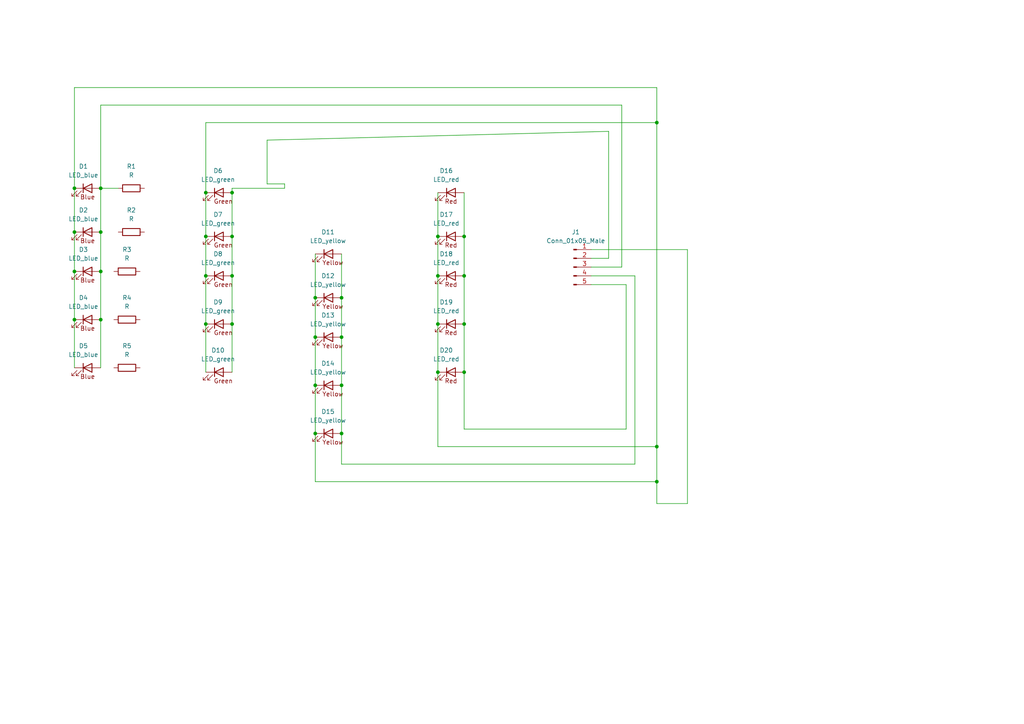
<source format=kicad_sch>
(kicad_sch (version 20230121) (generator eeschema)
  (paper "A4")
  (lib_symbols
    (symbol "Connector:Conn_01x05_Male" (pin_names (offset 1.016) hide)
      (property "Reference" "J" (at 0 7.62 0))
      (property "Value" "Conn_01x05_Male" (at 0 -7.62 0))
      (symbol "Conn_01x05_Male_1_1"
        (polyline (pts (xy 1.27 -5.08) (xy 0.8636 -5.08)) (stroke (width 0.1524)))
        (polyline (pts (xy 1.27 -2.54) (xy 0.8636 -2.54)) (stroke (width 0.1524)))
        (polyline (pts (xy 1.27 0) (xy 0.8636 0)) (stroke (width 0.1524)))
        (polyline (pts (xy 1.27 2.54) (xy 0.8636 2.54)) (stroke (width 0.1524)))
        (polyline (pts (xy 1.27 5.08) (xy 0.8636 5.08)) (stroke (width 0.1524)))
        (rectangle (start 0.8636 -4.953) (end 0 -5.207) (stroke (width 0.1524)) (fill (type outline)))
        (rectangle (start 0.8636 -2.413) (end 0 -2.667) (stroke (width 0.1524)) (fill (type outline)))
        (rectangle (start 0.8636 0.127) (end 0 -0.127) (stroke (width 0.1524)) (fill (type outline)))
        (rectangle (start 0.8636 2.667) (end 0 2.413) (stroke (width 0.1524)) (fill (type outline)))
        (rectangle (start 0.8636 5.207) (end 0 4.953) (stroke (width 0.1524)) (fill (type outline)))
        (pin passive line (at 5.08 5.08 180) (length 3.81) (name "Pin_1") (number "1"))
        (pin passive line (at 5.08 2.54 180) (length 3.81) (name "Pin_2") (number "2"))
        (pin passive line (at 5.08 0 180) (length 3.81) (name "Pin_3") (number "3"))
        (pin passive line (at 5.08 -2.54 180) (length 3.81) (name "Pin_4") (number "4"))
        (pin passive line (at 5.08 -5.08 180) (length 3.81) (name "Pin_5") (number "5"))
      )
    )
    (symbol "Device:R" (pin_numbers hide) (pin_names (offset 0))
      (property "Reference" "R" (at 2.032 0 90))
      (property "Value" "R" (at 0 0 90))
      (symbol "R_0_1"
        (rectangle (start -1.016 -2.54) (end 1.016 2.54) (stroke (width 0.254)))
      )
      (symbol "R_1_1"
        (pin passive line (at 0 3.81 270) (length 1.27) (name "~") (number "1"))
        (pin passive line (at 0 -3.81 90) (length 1.27) (name "~") (number "2"))
      )
    )
    (symbol "LED_blue_1" (pin_numbers hide) (pin_names (offset 1.016) hide)
      (property "Reference" "D" (at 0 2.54 0))
      (property "Value" "LED_blue_1" (at 0 -5.08 0))
      (symbol "LED_blue_1_0_0"
        (text "Blue" (at 0 -2.54 0) (effects (font (size 1.27 1.27))))
      )
      (symbol "LED_blue_1_0_1"
        (polyline (pts (xy -1.27 -1.27) (xy -1.27 1.27)) (stroke (width 0.254)))
        (polyline (pts (xy -1.27 0) (xy 1.27 0)))
        (polyline (pts (xy 1.27 -1.27) (xy 1.27 1.27) (xy -1.27 0) (xy 1.27 -1.27)) (stroke (width 0.254)))
        (polyline (pts (xy -3.048 -0.762) (xy -4.572 -2.286) (xy -3.81 -2.286) (xy -4.572 -2.286) (xy -4.572 -1.524)))
        (polyline (pts (xy -1.778 -0.762) (xy -3.302 -2.286) (xy -2.54 -2.286) (xy -3.302 -2.286) (xy -3.302 -1.524)))
      )
      (symbol "LED_blue_1_1_1"
        (pin passive line (at -3.81 0 0) (length 2.54) (name "K") (number "1"))
        (pin passive line (at 3.81 0 180) (length 2.54) (name "A") (number "2"))
      )
    )
    (symbol "led_ring_library:LED_green" (pin_numbers hide) (pin_names (offset 1.016) hide)
      (property "Reference" "D" (at 0 2.54 0))
      (property "Value" "LED_green" (at 0 -5.08 0))
      (symbol "LED_green_0_0"
        (text "Green" (at 1.27 -2.54 0) (effects (font (size 1.27 1.27))))
      )
      (symbol "LED_green_0_1"
        (polyline (pts (xy -1.27 -1.27) (xy -1.27 1.27)) (stroke (width 0.254)))
        (polyline (pts (xy -1.27 0) (xy 1.27 0)))
        (polyline (pts (xy 1.27 -1.27) (xy 1.27 1.27) (xy -1.27 0) (xy 1.27 -1.27)) (stroke (width 0.254)))
        (polyline (pts (xy -3.048 -0.762) (xy -4.572 -2.286) (xy -3.81 -2.286) (xy -4.572 -2.286) (xy -4.572 -1.524)))
        (polyline (pts (xy -1.778 -0.762) (xy -3.302 -2.286) (xy -2.54 -2.286) (xy -3.302 -2.286) (xy -3.302 -1.524)))
      )
      (symbol "LED_green_1_1"
        (pin passive line (at -3.81 0 0) (length 2.54) (name "K") (number "1"))
        (pin passive line (at 3.81 0 180) (length 2.54) (name "A") (number "2"))
      )
    )
    (symbol "led_ring_library:LED_red" (pin_numbers hide) (pin_names (offset 1.016) hide)
      (property "Reference" "D" (at 0 2.54 0))
      (property "Value" "LED_red" (at 0 -5.08 0))
      (symbol "LED_red_0_0"
        (text "Red" (at 0 -2.54 0) (effects (font (size 1.27 1.27))))
      )
      (symbol "LED_red_0_1"
        (polyline (pts (xy -1.27 -1.27) (xy -1.27 1.27)) (stroke (width 0.254)))
        (polyline (pts (xy -1.27 0) (xy 1.27 0)))
        (polyline (pts (xy 1.27 -1.27) (xy 1.27 1.27) (xy -1.27 0) (xy 1.27 -1.27)) (stroke (width 0.254)))
        (polyline (pts (xy -3.048 -0.762) (xy -4.572 -2.286) (xy -3.81 -2.286) (xy -4.572 -2.286) (xy -4.572 -1.524)))
        (polyline (pts (xy -1.778 -0.762) (xy -3.302 -2.286) (xy -2.54 -2.286) (xy -3.302 -2.286) (xy -3.302 -1.524)))
      )
      (symbol "LED_red_1_1"
        (pin passive line (at -3.81 0 0) (length 2.54) (name "K") (number "1"))
        (pin passive line (at 3.81 0 180) (length 2.54) (name "A") (number "2"))
      )
    )
    (symbol "led_ring_library:LED_yellow" (pin_numbers hide) (pin_names (offset 1.016) hide)
      (property "Reference" "D" (at 0 2.54 0))
      (property "Value" "LED_yellow" (at 0 -5.08 0))
      (symbol "LED_yellow_0_0"
        (text "Yellow" (at 1.27 -2.54 0) (effects (font (size 1.27 1.27))))
      )
      (symbol "LED_yellow_0_1"
        (polyline (pts (xy -1.27 -1.27) (xy -1.27 1.27)) (stroke (width 0.254)))
        (polyline (pts (xy -1.27 0) (xy 1.27 0)))
        (polyline (pts (xy 1.27 -1.27) (xy 1.27 1.27) (xy -1.27 0) (xy 1.27 -1.27)) (stroke (width 0.254)))
        (polyline (pts (xy -3.048 -0.762) (xy -4.572 -2.286) (xy -3.81 -2.286) (xy -4.572 -2.286) (xy -4.572 -1.524)))
        (polyline (pts (xy -1.778 -0.762) (xy -3.302 -2.286) (xy -2.54 -2.286) (xy -3.302 -2.286) (xy -3.302 -1.524)))
      )
      (symbol "LED_yellow_1_1"
        (pin passive line (at -3.81 0 0) (length 2.54) (name "K") (number "1"))
        (pin passive line (at 3.81 0 180) (length 2.54) (name "A") (number "2"))
      )
    )
  )
  (junction (at 91.44 111.76))
  (junction (at 21.59 78.74))
  (junction (at 29.21 54.61))
  (junction (at 99.06 125.73))
  (junction (at 29.21 67.31))
  (junction (at 127 107.95))
  (junction (at 127 80.01))
  (junction (at 59.69 68.58))
  (junction (at 127 68.58))
  (junction (at 91.44 125.73))
  (junction (at 59.69 55.88))
  (junction (at 127 93.98))
  (junction (at 67.31 68.58))
  (junction (at 59.69 80.01))
  (junction (at 134.62 80.01))
  (junction (at 190.5 139.7))
  (junction (at 134.62 93.98))
  (junction (at 91.44 86.36))
  (junction (at 67.31 55.88))
  (junction (at 29.21 78.74))
  (junction (at 99.06 111.76))
  (junction (at 29.21 92.71))
  (junction (at 21.59 92.71))
  (junction (at 91.44 97.79))
  (junction (at 190.5 35.56))
  (junction (at 67.31 93.98))
  (junction (at 99.06 86.36))
  (junction (at 99.06 97.79))
  (junction (at 190.5 129.54))
  (junction (at 67.31 80.01))
  (junction (at 134.62 107.95))
  (junction (at 59.69 93.98))
  (junction (at 134.62 68.58))
  (junction (at 21.59 67.31))
  (junction (at 21.59 54.61))
  (wire (pts (xy 59.69 68.58) (xy 59.69 55.88)))
  (wire (pts (xy 21.59 25.4) (xy 190.5 25.4)))
  (wire (pts (xy 190.5 35.56) (xy 190.5 129.54)))
  (wire (pts (xy 59.69 35.56) (xy 190.5 35.56)))
  (wire (pts (xy 59.69 55.88) (xy 59.69 35.56)))
  (wire (pts (xy 171.45 80.01) (xy 184.15 80.01)))
  (wire (pts (xy 91.44 139.7) (xy 190.5 139.7)))
  (wire (pts (xy 29.21 30.48) (xy 180.34 30.48)))
  (wire (pts (xy 29.21 30.48) (xy 29.21 54.61)))
  (wire (pts (xy 199.39 72.39) (xy 199.39 146.05)))
  (wire (pts (xy 171.45 72.39) (xy 199.39 72.39)))
  (wire (pts (xy 181.61 82.55) (xy 181.61 124.46)))
  (wire (pts (xy 180.34 77.47) (xy 171.45 77.47)))
  (wire (pts (xy 127 93.98) (xy 127 107.95)))
  (wire (pts (xy 82.55 53.34) (xy 77.47 53.34)))
  (wire (pts (xy 176.53 38.1) (xy 176.53 74.93)))
  (wire (pts (xy 29.21 54.61) (xy 34.29 54.61)))
  (wire (pts (xy 184.15 134.62) (xy 184.15 80.01)))
  (wire (pts (xy 59.69 93.98) (xy 59.69 80.01)))
  (wire (pts (xy 127 80.01) (xy 127 93.98)))
  (wire (pts (xy 181.61 82.55) (xy 171.45 82.55)))
  (wire (pts (xy 59.69 107.95) (xy 59.69 93.98)))
  (wire (pts (xy 91.44 125.73) (xy 91.44 139.7)))
  (wire (pts (xy 91.44 86.36) (xy 91.44 97.79)))
  (wire (pts (xy 171.45 74.93) (xy 176.53 74.93)))
  (wire (pts (xy 134.62 124.46) (xy 181.61 124.46)))
  (wire (pts (xy 82.55 54.61) (xy 82.55 53.34)))
  (wire (pts (xy 190.5 25.4) (xy 190.5 35.56)))
  (wire (pts (xy 21.59 67.31) (xy 21.59 78.74)))
  (wire (pts (xy 99.06 125.73) (xy 99.06 134.62)))
  (wire (pts (xy 190.5 139.7) (xy 190.5 146.05)))
  (wire (pts (xy 29.21 92.71) (xy 29.21 106.68)))
  (wire (pts (xy 29.21 54.61) (xy 29.21 67.31)))
  (wire (pts (xy 21.59 54.61) (xy 21.59 67.31)))
  (wire (pts (xy 127 129.54) (xy 190.5 129.54)))
  (wire (pts (xy 127 55.88) (xy 127 68.58)))
  (wire (pts (xy 29.21 67.31) (xy 29.21 78.74)))
  (wire (pts (xy 67.31 80.01) (xy 67.31 68.58)))
  (wire (pts (xy 77.47 40.64) (xy 176.53 38.1)))
  (wire (pts (xy 91.44 73.66) (xy 91.44 86.36)))
  (wire (pts (xy 134.62 68.58) (xy 134.62 80.01)))
  (wire (pts (xy 99.06 97.79) (xy 99.06 111.76)))
  (wire (pts (xy 180.34 30.48) (xy 180.34 77.47)))
  (wire (pts (xy 21.59 25.4) (xy 21.59 54.61)))
  (wire (pts (xy 67.31 55.88) (xy 67.31 54.61)))
  (wire (pts (xy 21.59 92.71) (xy 21.59 106.68)))
  (wire (pts (xy 59.69 80.01) (xy 59.69 68.58)))
  (wire (pts (xy 99.06 134.62) (xy 184.15 134.62)))
  (wire (pts (xy 99.06 86.36) (xy 99.06 97.79)))
  (wire (pts (xy 99.06 73.66) (xy 99.06 86.36)))
  (wire (pts (xy 67.31 68.58) (xy 67.31 55.88)))
  (wire (pts (xy 134.62 55.88) (xy 134.62 68.58)))
  (wire (pts (xy 134.62 107.95) (xy 134.62 124.46)))
  (wire (pts (xy 67.31 93.98) (xy 67.31 80.01)))
  (wire (pts (xy 190.5 146.05) (xy 199.39 146.05)))
  (wire (pts (xy 190.5 129.54) (xy 190.5 139.7)))
  (wire (pts (xy 67.31 107.95) (xy 67.31 93.98)))
  (wire (pts (xy 127 107.95) (xy 127 129.54)))
  (wire (pts (xy 134.62 80.01) (xy 134.62 93.98)))
  (wire (pts (xy 29.21 78.74) (xy 29.21 92.71)))
  (wire (pts (xy 127 68.58) (xy 127 80.01)))
  (wire (pts (xy 91.44 111.76) (xy 91.44 125.73)))
  (wire (pts (xy 21.59 78.74) (xy 21.59 92.71)))
  (wire (pts (xy 99.06 111.76) (xy 99.06 125.73)))
  (wire (pts (xy 77.47 53.34) (xy 77.47 40.64)))
  (wire (pts (xy 67.31 54.61) (xy 82.55 54.61)))
  (wire (pts (xy 91.44 97.79) (xy 91.44 111.76)))
  (wire (pts (xy 134.62 93.98) (xy 134.62 107.95)))
  (wire (pts (xy 190.5 35.56) (xy 190.588 35.56)))
  (symbol (lib_id "led_ring_library:LED_red") (at 130.81 80.01 0) (unit 1)
    (property "Reference" "D18" (at 129.4406 73.66 0))
    (property "Value" "LED_red" (at 129.4406 76.2 0))
    (property "Footprint" "LED_THT:LED_D5.0mm" (effects hide))
  )
  (symbol (lib_id "Device:R") (at 38.1 54.61 90) (unit 1)
    (property "Reference" "R1" (at 38.1 48.26 90))
    (property "Value" "R" (at 38.1 50.8 90))
  )
  (symbol (lib_id "Device:R") (at 36.83 106.68 90) (unit 1)
    (property "Reference" "R5" (at 36.83 100.33 90))
    (property "Value" "R" (at 36.83 102.87 90))
  )
  (symbol (lib_id "led_ring_library:LED_yellow") (at 95.25 111.76 0) (unit 1)
    (property "Reference" "D14" (at 95.1355 105.41 0))
    (property "Value" "LED_yellow" (at 95.1355 107.95 0))
    (property "Footprint" "LED_THT:LED_D5.0mm" (effects hide))
  )
  (symbol (lib_id "led_ring_library:LED_green") (at 63.5 107.95 0) (unit 1)
    (property "Reference" "D10" (at 63.2343 101.6 0))
    (property "Value" "LED_green" (at 63.2343 104.14 0))
    (property "Footprint" "LED_THT:LED_D5.0mm" (effects hide))
  )
  (symbol (lib_id "led_ring_library:LED_green") (at 63.5 80.01 0) (unit 1)
    (property "Reference" "D8" (at 63.2343 73.66 0))
    (property "Value" "LED_green" (at 63.2343 76.2 0))
    (property "Footprint" "LED_THT:LED_D5.0mm" (effects hide))
  )
  (symbol (lib_id "Device:R") (at 36.83 78.74 90) (unit 1)
    (property "Reference" "R3" (at 36.83 72.39 90))
    (property "Value" "R" (at 36.83 74.93 90))
  )
  (symbol (lib_name "LED_blue_1") (lib_id "led_ring_library:LED_blue") (at 25.4 106.68 0) (unit 1)
    (property "Reference" "D5" (at 24.1969 100.33 0))
    (property "Value" "LED_blue" (at 24.1969 102.87 0))
    (property "Footprint" "LED_THT:LED_D5.0mm" (effects hide))
  )
  (symbol (lib_name "LED_blue_1") (lib_id "led_ring_library:LED_blue") (at 25.4 78.74 0) (unit 1)
    (property "Reference" "D3" (at 24.1969 72.39 0))
    (property "Value" "LED_blue" (at 24.1969 74.93 0))
    (property "Footprint" "LED_THT:LED_D5.0mm" (effects hide))
  )
  (symbol (lib_id "Device:R") (at 36.83 92.71 90) (unit 1)
    (property "Reference" "R4" (at 36.83 86.36 90))
    (property "Value" "R" (at 36.83 88.9 90))
  )
  (symbol (lib_id "led_ring_library:LED_yellow") (at 95.25 97.79 0) (unit 1)
    (property "Reference" "D13" (at 95.1355 91.44 0))
    (property "Value" "LED_yellow" (at 95.1355 93.98 0))
    (property "Footprint" "LED_THT:LED_D5.0mm" (effects hide))
  )
  (symbol (lib_id "led_ring_library:LED_yellow") (at 95.25 125.73 0) (unit 1)
    (property "Reference" "D15" (at 95.1355 119.38 0))
    (property "Value" "LED_yellow" (at 95.1355 121.92 0))
    (property "Footprint" "LED_THT:LED_D5.0mm" (effects hide))
  )
  (symbol (lib_name "LED_blue_1") (lib_id "led_ring_library:LED_blue") (at 25.4 54.61 0) (unit 1)
    (property "Reference" "D1" (at 24.1969 48.26 0))
    (property "Value" "LED_blue" (at 24.1969 50.8 0))
    (property "Footprint" "LED_THT:LED_D5.0mm" (effects hide))
  )
  (symbol (lib_name "LED_blue_1") (lib_id "led_ring_library:LED_blue") (at 25.4 67.31 0) (unit 1)
    (property "Reference" "D2" (at 24.1969 60.96 0))
    (property "Value" "LED_blue" (at 24.1969 63.5 0))
    (property "Footprint" "LED_THT:LED_D5.0mm" (effects hide))
  )
  (symbol (lib_id "led_ring_library:LED_red") (at 130.81 68.58 0) (unit 1)
    (property "Reference" "D17" (at 129.4406 62.23 0))
    (property "Value" "LED_red" (at 129.4406 64.77 0))
    (property "Footprint" "LED_THT:LED_D5.0mm" (effects hide))
  )
  (symbol (lib_id "led_ring_library:LED_red") (at 130.81 55.88 0) (unit 1)
    (property "Reference" "D16" (at 129.4406 49.53 0))
    (property "Value" "LED_red" (at 129.4406 52.07 0))
    (property "Footprint" "LED_THT:LED_D5.0mm" (effects hide))
  )
  (symbol (lib_id "led_ring_library:LED_yellow") (at 95.25 86.36 0) (unit 1)
    (property "Reference" "D12" (at 95.1355 80.01 0))
    (property "Value" "LED_yellow" (at 95.1355 82.55 0))
    (property "Footprint" "LED_THT:LED_D5.0mm" (effects hide))
  )
  (symbol (lib_id "Connector:Conn_01x05_Male") (at 166.37 77.47 0) (unit 1)
    (property "Reference" "J1" (at 167.005 67.31 0))
    (property "Value" "Conn_01x05_Male" (at 167.005 69.85 0))
    (property "Footprint" "Connector_Hirose:Hirose_DF13-05P-1.25DS_1x05_P1.25mm_Horizontal" (effects hide))
  )
  (symbol (lib_id "led_ring_library:LED_green") (at 63.5 93.98 0) (unit 1)
    (property "Reference" "D9" (at 63.2343 87.63 0))
    (property "Value" "LED_green" (at 63.2343 90.17 0))
    (property "Footprint" "LED_THT:LED_D5.0mm" (effects hide))
  )
  (symbol (lib_id "led_ring_library:LED_green") (at 63.5 68.58 0) (unit 1)
    (property "Reference" "D7" (at 63.2343 62.23 0))
    (property "Value" "LED_green" (at 63.2343 64.77 0))
    (property "Footprint" "LED_THT:LED_D5.0mm" (effects hide))
  )
  (symbol (lib_id "Device:R") (at 38.1 67.31 90) (unit 1)
    (property "Reference" "R2" (at 38.1 60.96 90))
    (property "Value" "R" (at 38.1 63.5 90))
  )
  (symbol (lib_id "led_ring_library:LED_red") (at 130.81 93.98 0) (unit 1)
    (property "Reference" "D19" (at 129.4406 87.63 0))
    (property "Value" "LED_red" (at 129.4406 90.17 0))
    (property "Footprint" "LED_THT:LED_D5.0mm" (effects hide))
  )
  (symbol (lib_id "led_ring_library:LED_green") (at 63.5 55.88 0) (unit 1)
    (property "Reference" "D6" (at 63.2343 49.53 0))
    (property "Value" "LED_green" (at 63.2343 52.07 0))
    (property "Footprint" "LED_THT:LED_D5.0mm" (effects hide))
  )
  (symbol (lib_name "LED_blue_1") (lib_id "led_ring_library:LED_blue") (at 25.4 92.71 0) (unit 1)
    (property "Reference" "D4" (at 24.1969 86.36 0))
    (property "Value" "LED_blue" (at 24.1969 88.9 0))
    (property "Footprint" "LED_THT:LED_D5.0mm" (effects hide))
  )
  (symbol (lib_id "led_ring_library:LED_red") (at 130.81 107.95 0) (unit 1)
    (property "Reference" "D20" (at 129.4406 101.6 0))
    (property "Value" "LED_red" (at 129.4406 104.14 0))
    (property "Footprint" "LED_THT:LED_D5.0mm" (effects hide))
  )
  (symbol (lib_id "led_ring_library:LED_yellow") (at 95.25 73.66 0) (unit 1)
    (property "Reference" "D11" (at 95.1355 67.31 0))
    (property "Value" "LED_yellow" (at 95.1355 69.85 0))
    (property "Footprint" "LED_THT:LED_D5.0mm" (effects hide))
  )
)
</source>
